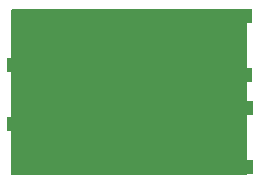
<source format=gbr>
%TF.GenerationSoftware,KiCad,Pcbnew,8.0.3*%
%TF.CreationDate,2024-07-25T20:22:30+03:00*%
%TF.ProjectId,micro_diplekser,6d696372-6f5f-4646-9970-6c656b736572,rev?*%
%TF.SameCoordinates,Original*%
%TF.FileFunction,Copper,L2,Bot*%
%TF.FilePolarity,Positive*%
%FSLAX46Y46*%
G04 Gerber Fmt 4.6, Leading zero omitted, Abs format (unit mm)*
G04 Created by KiCad (PCBNEW 8.0.3) date 2024-07-25 20:22:30*
%MOMM*%
%LPD*%
G01*
G04 APERTURE LIST*
%TA.AperFunction,SMDPad,CuDef*%
%ADD10R,3.000000X1.250000*%
%TD*%
%TA.AperFunction,ViaPad*%
%ADD11C,0.800000*%
%TD*%
G04 APERTURE END LIST*
D10*
%TO.P,J2,2,Ext*%
%TO.N,GND*%
X69721600Y-99386400D03*
X69721600Y-94386400D03*
%TD*%
%TO.P,J1,2,Ext*%
%TO.N,GND*%
X51792000Y-90718000D03*
X51792000Y-95718000D03*
%TD*%
%TO.P,J3,2,Ext*%
%TO.N,GND*%
X69697600Y-91614000D03*
X69697600Y-86614000D03*
%TD*%
D11*
%TO.N,GND*%
X66548000Y-93014800D03*
X61315600Y-93014800D03*
X62331600Y-93014800D03*
X70256400Y-93014800D03*
X60248800Y-93014800D03*
X69342000Y-93014800D03*
X68427600Y-93014800D03*
X60858400Y-99517200D03*
X61518800Y-87376000D03*
X64414400Y-93014800D03*
X64211200Y-99517200D03*
X63449200Y-93014800D03*
X64821750Y-87550600D03*
X65024000Y-99517200D03*
X61671200Y-99517200D03*
X67513200Y-93014800D03*
X60668797Y-87376000D03*
X65481200Y-93014800D03*
X65431350Y-87550600D03*
%TD*%
%TA.AperFunction,Conductor*%
%TO.N,GND*%
G36*
X70664139Y-86016585D02*
G01*
X70709894Y-86069389D01*
X70721100Y-86120900D01*
X70721100Y-99908700D01*
X70701415Y-99975739D01*
X70648611Y-100021494D01*
X70597100Y-100032700D01*
X50814900Y-100032700D01*
X50747861Y-100013015D01*
X50702106Y-99960211D01*
X50690900Y-99908700D01*
X50690900Y-86120900D01*
X50710585Y-86053861D01*
X50763389Y-86008106D01*
X50814900Y-85996900D01*
X70597100Y-85996900D01*
X70664139Y-86016585D01*
G37*
%TD.AperFunction*%
%TD*%
M02*

</source>
